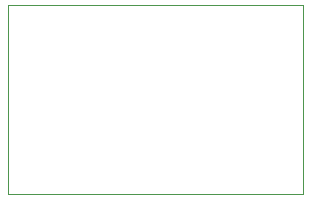
<source format=gm1>
%TF.GenerationSoftware,KiCad,Pcbnew,(5.1.9)-1*%
%TF.CreationDate,2021-02-20T19:07:58+08:00*%
%TF.ProjectId,test,74657374-2e6b-4696-9361-645f70636258,rev?*%
%TF.SameCoordinates,Original*%
%TF.FileFunction,Profile,NP*%
%FSLAX46Y46*%
G04 Gerber Fmt 4.6, Leading zero omitted, Abs format (unit mm)*
G04 Created by KiCad (PCBNEW (5.1.9)-1) date 2021-02-20 19:07:58*
%MOMM*%
%LPD*%
G01*
G04 APERTURE LIST*
%TA.AperFunction,Profile*%
%ADD10C,0.050000*%
%TD*%
G04 APERTURE END LIST*
D10*
X100000000Y-84000000D02*
X100000000Y-100000000D01*
X125000000Y-84000000D02*
X100000000Y-84000000D01*
X125000000Y-100000000D02*
X125000000Y-84000000D01*
X100000000Y-100000000D02*
X125000000Y-100000000D01*
M02*

</source>
